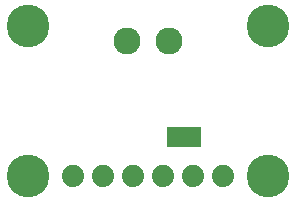
<source format=gbr>
G04 EAGLE Gerber RS-274X export*
G75*
%MOMM*%
%FSLAX34Y34*%
%LPD*%
%INSoldermask Bottom*%
%IPPOS*%
%AMOC8*
5,1,8,0,0,1.08239X$1,22.5*%
G01*
%ADD10C,1.879600*%
%ADD11C,3.617600*%
%ADD12R,2.921000X1.651000*%
%ADD13C,2.286000*%


D10*
X63500Y25400D03*
X88900Y25400D03*
X114300Y25400D03*
X139700Y25400D03*
X165100Y25400D03*
X190500Y25400D03*
D11*
X25400Y152400D03*
X228600Y152400D03*
X25400Y25400D03*
X228600Y25400D03*
D12*
X157480Y58420D03*
D13*
X109000Y139700D03*
X144000Y139700D03*
M02*

</source>
